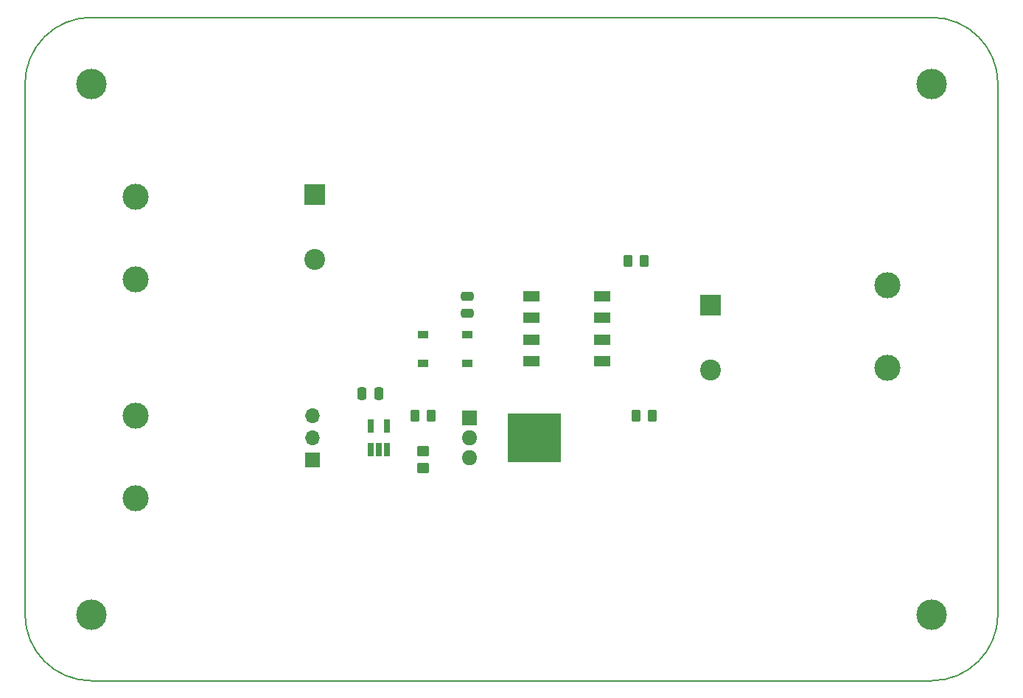
<source format=gbr>
%TF.GenerationSoftware,KiCad,Pcbnew,(6.0.4)*%
%TF.CreationDate,2022-04-30T16:21:15-04:00*%
%TF.ProjectId,dpp-architecture,6470702d-6172-4636-9869-746563747572,1.0*%
%TF.SameCoordinates,Original*%
%TF.FileFunction,Soldermask,Top*%
%TF.FilePolarity,Negative*%
%FSLAX46Y46*%
G04 Gerber Fmt 4.6, Leading zero omitted, Abs format (unit mm)*
G04 Created by KiCad (PCBNEW (6.0.4)) date 2022-04-30 16:21:15*
%MOMM*%
%LPD*%
G01*
G04 APERTURE LIST*
G04 Aperture macros list*
%AMRoundRect*
0 Rectangle with rounded corners*
0 $1 Rounding radius*
0 $2 $3 $4 $5 $6 $7 $8 $9 X,Y pos of 4 corners*
0 Add a 4 corners polygon primitive as box body*
4,1,4,$2,$3,$4,$5,$6,$7,$8,$9,$2,$3,0*
0 Add four circle primitives for the rounded corners*
1,1,$1+$1,$2,$3*
1,1,$1+$1,$4,$5*
1,1,$1+$1,$6,$7*
1,1,$1+$1,$8,$9*
0 Add four rect primitives between the rounded corners*
20,1,$1+$1,$2,$3,$4,$5,0*
20,1,$1+$1,$4,$5,$6,$7,0*
20,1,$1+$1,$6,$7,$8,$9,0*
20,1,$1+$1,$8,$9,$2,$3,0*%
G04 Aperture macros list end*
%TA.AperFunction,Profile*%
%ADD10C,0.150000*%
%TD*%
%ADD11C,3.000000*%
%ADD12R,1.700000X1.700000*%
%ADD13O,1.700000X1.700000*%
%ADD14RoundRect,0.250000X-0.262500X-0.450000X0.262500X-0.450000X0.262500X0.450000X-0.262500X0.450000X0*%
%ADD15R,2.400000X2.400000*%
%ADD16C,2.400000*%
%ADD17R,1.910000X1.170000*%
%ADD18RoundRect,0.250000X-0.450000X0.350000X-0.450000X-0.350000X0.450000X-0.350000X0.450000X0.350000X0*%
%ADD19R,1.200000X0.900000*%
%ADD20C,3.500000*%
%ADD21R,1.800000X1.717500*%
%ADD22O,1.800000X1.717500*%
%ADD23R,6.200000X5.700000*%
%ADD24R,0.650000X1.560000*%
%ADD25RoundRect,0.250000X-0.475000X0.250000X-0.475000X-0.250000X0.475000X-0.250000X0.475000X0.250000X0*%
%ADD26RoundRect,0.250000X-0.250000X-0.475000X0.250000X-0.475000X0.250000X0.475000X-0.250000X0.475000X0*%
G04 APERTURE END LIST*
D10*
X205740000Y-58420000D02*
X109220000Y-58420000D01*
X205740000Y-134620000D02*
G75*
G03*
X213360000Y-127000000I0J7620000D01*
G01*
X109220000Y-58420000D02*
G75*
G03*
X101600000Y-66040000I0J-7620000D01*
G01*
X213360000Y-66040000D02*
G75*
G03*
X205740000Y-58420000I-7620000J0D01*
G01*
X101600000Y-127000000D02*
G75*
G03*
X109220000Y-134620000I7620000J0D01*
G01*
X101600000Y-66040000D02*
X101600000Y-127000000D01*
X109220000Y-134620000D02*
X205740000Y-134620000D01*
X213360000Y-66040000D02*
X213360000Y-127000000D01*
D11*
%TO.C,J1*%
X114300000Y-88520000D03*
X114300000Y-79020000D03*
%TD*%
%TO.C,J4*%
X200660000Y-98680000D03*
X200660000Y-89180000D03*
%TD*%
%TO.C,J2*%
X114300000Y-113640000D03*
X114300000Y-104140000D03*
%TD*%
D12*
%TO.C,J3*%
X134620000Y-109220000D03*
D13*
X134620000Y-106680000D03*
X134620000Y-104140000D03*
%TD*%
D14*
%TO.C,R3*%
X170895000Y-86360000D03*
X172720000Y-86360000D03*
%TD*%
D15*
%TO.C,C1*%
X134900000Y-78740000D03*
D16*
X134900000Y-86240000D03*
%TD*%
D17*
%TO.C,T1*%
X159805509Y-97935000D03*
X159805509Y-95435000D03*
X159805509Y-92935000D03*
X159805509Y-90435000D03*
X167935509Y-90435000D03*
X167935509Y-92935000D03*
X167935509Y-95435000D03*
X167935509Y-97935000D03*
%TD*%
D18*
%TO.C,R2*%
X147320000Y-108220000D03*
X147320000Y-110220000D03*
%TD*%
D19*
%TO.C,D1*%
X147320000Y-94870000D03*
X147320000Y-98170000D03*
%TD*%
D20*
%TO.C,H3*%
X205740000Y-127000000D03*
%TD*%
D14*
%TO.C,R1*%
X146407500Y-104140000D03*
X148232500Y-104140000D03*
%TD*%
%TO.C,R4*%
X171807500Y-104140000D03*
X173632500Y-104140000D03*
%TD*%
D21*
%TO.C,Q1*%
X152665000Y-104390000D03*
D22*
X152665000Y-106680000D03*
X152665000Y-108970000D03*
D23*
X160098333Y-106680000D03*
%TD*%
D15*
%TO.C,C4*%
X180340000Y-91440000D03*
D16*
X180340000Y-98940000D03*
%TD*%
D20*
%TO.C,H1*%
X109220000Y-66040000D03*
%TD*%
%TO.C,H4*%
X205740000Y-66040000D03*
%TD*%
D19*
%TO.C,D2*%
X152400000Y-94870000D03*
X152400000Y-98170000D03*
%TD*%
D24*
%TO.C,U1*%
X141290000Y-108030000D03*
X142240000Y-108030000D03*
X143190000Y-108030000D03*
X143190000Y-105330000D03*
X141290000Y-105330000D03*
%TD*%
D25*
%TO.C,C3*%
X152400000Y-90490000D03*
X152400000Y-92390000D03*
%TD*%
D26*
%TO.C,C2*%
X140340000Y-101600000D03*
X142240000Y-101600000D03*
%TD*%
D20*
%TO.C,H2*%
X109220000Y-127000000D03*
%TD*%
M02*

</source>
